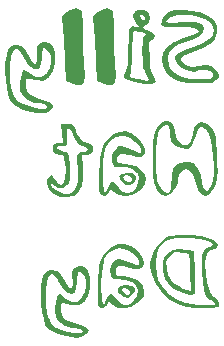
<source format=gbr>
G04 #@! TF.GenerationSoftware,KiCad,Pcbnew,(6.0.2)*
G04 #@! TF.CreationDate,2022-02-19T19:54:12+00:00*
G04 #@! TF.ProjectId,Gameboy 64KB Cart Discrete Logic Fixed Rev2,47616d65-626f-4792-9036-344b42204361,rev?*
G04 #@! TF.SameCoordinates,Original*
G04 #@! TF.FileFunction,Legend,Bot*
G04 #@! TF.FilePolarity,Positive*
%FSLAX46Y46*%
G04 Gerber Fmt 4.6, Leading zero omitted, Abs format (unit mm)*
G04 Created by KiCad (PCBNEW (6.0.2)) date 2022-02-19 19:54:12*
%MOMM*%
%LPD*%
G01*
G04 APERTURE LIST*
G04 APERTURE END LIST*
G36*
X155374434Y-94471025D02*
G01*
X155054421Y-94960216D01*
X154986214Y-95027200D01*
X154739486Y-95220665D01*
X154481529Y-95288376D01*
X154095434Y-95267832D01*
X153925669Y-95247121D01*
X153542062Y-95182149D01*
X153287876Y-95113954D01*
X153166422Y-95084579D01*
X153087849Y-95177152D01*
X153068911Y-95466028D01*
X153075975Y-95737248D01*
X153147121Y-96136781D01*
X153331688Y-96413198D01*
X153674540Y-96618671D01*
X154220536Y-96805377D01*
X154276926Y-96822192D01*
X154739909Y-96978356D01*
X155113421Y-97134159D01*
X155321127Y-97258195D01*
X155325433Y-97262446D01*
X155421277Y-97400963D01*
X155367945Y-97543858D01*
X155139455Y-97763383D01*
X154943934Y-97918021D01*
X154725260Y-98017359D01*
X154438098Y-98042048D01*
X153992862Y-98011473D01*
X153492167Y-97932755D01*
X152836741Y-97740466D01*
X152272598Y-97477586D01*
X151879158Y-97175527D01*
X151739978Y-96919814D01*
X151600643Y-96459217D01*
X151481911Y-95866151D01*
X151393684Y-95201680D01*
X151351048Y-94599970D01*
X151749139Y-94599970D01*
X151779230Y-95254754D01*
X151855636Y-95850199D01*
X151978580Y-96316819D01*
X152012282Y-96402408D01*
X152220235Y-96826796D01*
X152476106Y-97111136D01*
X152846939Y-97310251D01*
X153399779Y-97478966D01*
X153609684Y-97531029D01*
X154251620Y-97652344D01*
X154675118Y-97659235D01*
X154883341Y-97551858D01*
X154883461Y-97551663D01*
X154844785Y-97424249D01*
X154621742Y-97303011D01*
X154279436Y-97212364D01*
X153882975Y-97176723D01*
X153784234Y-97172440D01*
X153410491Y-97057363D01*
X153015258Y-96755299D01*
X153006578Y-96747098D01*
X152727269Y-96443923D01*
X152599389Y-96162417D01*
X152569116Y-95785594D01*
X152582368Y-95510845D01*
X152637296Y-95090652D01*
X152719801Y-94699690D01*
X152813466Y-94411317D01*
X152901870Y-94298890D01*
X152941357Y-94315268D01*
X153130251Y-94449283D01*
X153400835Y-94674260D01*
X153510045Y-94764646D01*
X153958550Y-95005558D01*
X154371227Y-95000804D01*
X154755468Y-94750801D01*
X154871655Y-94613915D01*
X155085771Y-94189847D01*
X155189847Y-93704465D01*
X155181762Y-93228200D01*
X155059397Y-92831478D01*
X154820635Y-92584730D01*
X154507827Y-92428902D01*
X154437339Y-93212933D01*
X154420008Y-93394455D01*
X154354590Y-93859583D01*
X154260587Y-94134504D01*
X154114848Y-94265509D01*
X153894219Y-94298890D01*
X153770532Y-94284399D01*
X153478118Y-94125592D01*
X153169107Y-93772443D01*
X152820137Y-93201073D01*
X152814037Y-93189946D01*
X152564621Y-92786927D01*
X152365201Y-92607179D01*
X152184095Y-92637937D01*
X151989624Y-92866437D01*
X151934535Y-92974473D01*
X151827014Y-93390341D01*
X151765141Y-93955336D01*
X151749139Y-94599970D01*
X151351048Y-94599970D01*
X151345868Y-94526871D01*
X151348366Y-93902790D01*
X151356047Y-93776121D01*
X151443142Y-93098218D01*
X151603322Y-92639385D01*
X151847278Y-92379119D01*
X152185700Y-92296920D01*
X152318887Y-92299522D01*
X152701330Y-92369107D01*
X152971972Y-92574231D01*
X153213942Y-92969249D01*
X153353866Y-93236431D01*
X153628560Y-93677397D01*
X153839046Y-93887321D01*
X153979910Y-93865202D01*
X154045741Y-93610034D01*
X154031125Y-93120813D01*
X154017667Y-92966909D01*
X154005599Y-92528883D01*
X154075728Y-92261954D01*
X154257076Y-92106964D01*
X154578667Y-92004754D01*
X154714069Y-91983147D01*
X155088491Y-92064475D01*
X155361409Y-92362632D01*
X155515642Y-92861902D01*
X155539614Y-93050419D01*
X155539290Y-93704465D01*
X155539233Y-93820469D01*
X155374434Y-94471025D01*
G37*
G36*
X166281948Y-95478399D02*
G01*
X165957789Y-95527371D01*
X165491453Y-95547204D01*
X164942052Y-95539063D01*
X164368698Y-95504114D01*
X163830503Y-95443523D01*
X163386578Y-95358458D01*
X162945779Y-95222919D01*
X162240977Y-94866919D01*
X161659948Y-94345273D01*
X161148687Y-93615931D01*
X161097971Y-93527696D01*
X160738144Y-92760913D01*
X160585877Y-92071610D01*
X160616632Y-91671304D01*
X161077958Y-91671304D01*
X161082080Y-91969484D01*
X161143429Y-92648287D01*
X161300578Y-93185514D01*
X161582011Y-93655944D01*
X162016216Y-94134358D01*
X162299576Y-94394566D01*
X162812564Y-94759272D01*
X163349240Y-94984475D01*
X163667604Y-95066186D01*
X164171726Y-95159966D01*
X164709868Y-95230724D01*
X165225984Y-95274111D01*
X165664028Y-95285778D01*
X165967955Y-95261375D01*
X166081719Y-95196550D01*
X166081285Y-95189430D01*
X165969487Y-95037030D01*
X165719915Y-94868960D01*
X165655396Y-94832949D01*
X165425260Y-94636293D01*
X165255279Y-94339704D01*
X165134062Y-93905711D01*
X165050218Y-93296841D01*
X164992355Y-92475623D01*
X164985964Y-92343904D01*
X164974964Y-91601902D01*
X165026417Y-91065262D01*
X165151233Y-90699344D01*
X165360321Y-90469507D01*
X165664590Y-90341109D01*
X165852912Y-90255525D01*
X165921189Y-90123613D01*
X165901842Y-90083626D01*
X165678418Y-89920351D01*
X165271533Y-89787177D01*
X164734774Y-89687989D01*
X164121727Y-89626672D01*
X163485979Y-89607110D01*
X162881118Y-89633187D01*
X162360730Y-89708788D01*
X161978402Y-89837798D01*
X161756157Y-89975228D01*
X161369100Y-90381848D01*
X161148095Y-90936901D01*
X161077958Y-91671304D01*
X160616632Y-91671304D01*
X160636677Y-91410405D01*
X160886056Y-90727917D01*
X161239359Y-90155668D01*
X161736593Y-89694234D01*
X161978804Y-89545545D01*
X162219838Y-89443710D01*
X162510327Y-89386768D01*
X162917172Y-89361960D01*
X163507274Y-89356526D01*
X164179100Y-89378073D01*
X164909040Y-89454789D01*
X165520863Y-89578252D01*
X165970767Y-89739210D01*
X166214948Y-89928412D01*
X166328092Y-90220475D01*
X166279646Y-90453245D01*
X166073493Y-90545196D01*
X165767875Y-90589985D01*
X165462422Y-90804991D01*
X165290122Y-91207159D01*
X165247216Y-91806958D01*
X165329942Y-92614854D01*
X165332873Y-92633420D01*
X165455466Y-93346472D01*
X165570716Y-93852963D01*
X165693534Y-94194626D01*
X165838830Y-94413193D01*
X166021516Y-94550399D01*
X166062393Y-94574163D01*
X166314151Y-94826426D01*
X166440578Y-95140423D01*
X166432152Y-95196550D01*
X166398922Y-95417887D01*
X166281948Y-95478399D01*
G37*
G36*
X159830329Y-92169245D02*
G01*
X159660990Y-92221847D01*
X159334571Y-92208035D01*
X158840114Y-92093566D01*
X158715096Y-92059758D01*
X158218818Y-91959372D01*
X157906844Y-91979130D01*
X157744839Y-92128791D01*
X157698467Y-92418116D01*
X157700282Y-92534107D01*
X157743120Y-92713801D01*
X157896509Y-92785772D01*
X158230241Y-92800161D01*
X158347104Y-92805604D01*
X158835250Y-92890915D01*
X159298060Y-93046202D01*
X159620026Y-93234042D01*
X159972028Y-93619255D01*
X160113004Y-94063828D01*
X160043430Y-94522012D01*
X159763786Y-94948059D01*
X159274548Y-95296220D01*
X158961157Y-95428158D01*
X158364715Y-95549150D01*
X157843206Y-95483627D01*
X157444386Y-95233232D01*
X157146684Y-94916342D01*
X156980648Y-95233232D01*
X156897070Y-95360132D01*
X156648516Y-95529677D01*
X156394691Y-95500294D01*
X156209485Y-95268595D01*
X156204598Y-95253662D01*
X156172450Y-95000070D01*
X156157880Y-94561058D01*
X156161639Y-93994145D01*
X156162140Y-93980176D01*
X156463700Y-93980176D01*
X156485396Y-94536600D01*
X156545139Y-94924506D01*
X156671105Y-95362437D01*
X156890958Y-94830664D01*
X156963430Y-94671766D01*
X157126780Y-94404518D01*
X157258575Y-94298890D01*
X157337798Y-94331934D01*
X157551703Y-94513061D01*
X157808546Y-94799383D01*
X157847441Y-94846836D01*
X158199374Y-95183602D01*
X158500790Y-95299876D01*
X158526862Y-95299450D01*
X158939718Y-95175162D01*
X159270990Y-94876750D01*
X159483757Y-94472669D01*
X159541097Y-94031376D01*
X159406090Y-93621327D01*
X159383153Y-93588303D01*
X159026907Y-93293853D01*
X158508599Y-93116423D01*
X157892913Y-93079188D01*
X157832323Y-93082786D01*
X157536136Y-93074412D01*
X157383679Y-92969096D01*
X157284023Y-92712005D01*
X157219180Y-92276915D01*
X157329964Y-91810317D01*
X157645226Y-91466007D01*
X157710519Y-91424255D01*
X157881770Y-91343912D01*
X158068042Y-91339450D01*
X158340880Y-91418713D01*
X158771825Y-91589547D01*
X158791927Y-91597794D01*
X159199755Y-91761212D01*
X159507053Y-91877354D01*
X159648665Y-91921551D01*
X159684823Y-91826301D01*
X159677468Y-91577462D01*
X159537183Y-91263967D01*
X159221995Y-90943947D01*
X158806200Y-90672343D01*
X158363336Y-90496957D01*
X157966944Y-90465590D01*
X157568222Y-90571838D01*
X157068332Y-90892118D01*
X156733884Y-91399509D01*
X156676651Y-91577114D01*
X156586527Y-92053703D01*
X156518302Y-92663336D01*
X156476014Y-93330624D01*
X156463700Y-93980176D01*
X156162140Y-93980176D01*
X156184479Y-93356852D01*
X156201822Y-93024444D01*
X156241564Y-92426547D01*
X156290696Y-91997163D01*
X156359943Y-91679650D01*
X156460032Y-91417365D01*
X156601690Y-91153667D01*
X156845649Y-90798263D01*
X157334514Y-90341121D01*
X157878906Y-90096644D01*
X158446908Y-90076274D01*
X159006603Y-90291453D01*
X159212580Y-90431578D01*
X159626196Y-90810935D01*
X159913944Y-91218071D01*
X160056660Y-91609295D01*
X160042602Y-91826301D01*
X160035177Y-91940917D01*
X159830329Y-92169245D01*
G37*
G36*
X155554206Y-82454037D02*
G01*
X155165884Y-82537314D01*
X154791036Y-82537314D01*
X154878115Y-83582682D01*
X154896186Y-83831612D01*
X154902466Y-84616116D01*
X154807370Y-85205842D01*
X154603261Y-85630769D01*
X154282502Y-85920878D01*
X154109797Y-86012229D01*
X153538674Y-86157250D01*
X152962291Y-86105876D01*
X152447793Y-85871782D01*
X152062325Y-85468647D01*
X152051365Y-85450712D01*
X151876042Y-85025879D01*
X152214583Y-85025879D01*
X152304384Y-85264261D01*
X152346344Y-85324011D01*
X152595757Y-85531127D01*
X152942669Y-85712908D01*
X153291916Y-85840639D01*
X153622875Y-85900112D01*
X153875388Y-85827672D01*
X154129853Y-85616811D01*
X154358388Y-85306827D01*
X154496325Y-84876415D01*
X154529646Y-84301770D01*
X154465552Y-83538299D01*
X154430515Y-83218763D01*
X154422200Y-82752418D01*
X154509231Y-82467789D01*
X154709627Y-82325723D01*
X155041409Y-82287068D01*
X155062953Y-82286704D01*
X155273344Y-82213420D01*
X155306629Y-82062026D01*
X155181456Y-81903755D01*
X154916473Y-81809841D01*
X154835422Y-81795615D01*
X154629467Y-81690453D01*
X154426771Y-81451060D01*
X154180652Y-81027821D01*
X153966077Y-80655557D01*
X153780316Y-80387421D01*
X153665592Y-80285097D01*
X153627516Y-80319124D01*
X153580387Y-80533394D01*
X153574048Y-80879432D01*
X153586926Y-81185971D01*
X153582229Y-81529018D01*
X153522163Y-81707787D01*
X153380615Y-81775798D01*
X153131472Y-81786575D01*
X153074044Y-81787616D01*
X152803549Y-81827499D01*
X152693541Y-81907296D01*
X152698148Y-81937154D01*
X152842319Y-82097039D01*
X153115824Y-82230933D01*
X153419683Y-82287068D01*
X153487167Y-82297266D01*
X153638247Y-82438639D01*
X153740538Y-82763218D01*
X153798919Y-83292571D01*
X153818273Y-84048262D01*
X153814577Y-84351412D01*
X153779998Y-84714467D01*
X153692021Y-84952291D01*
X153530058Y-85143090D01*
X153203846Y-85359465D01*
X152837921Y-85383792D01*
X152505162Y-85164133D01*
X152467937Y-85124180D01*
X152278000Y-84974748D01*
X152214583Y-85025879D01*
X151876042Y-85025879D01*
X151864431Y-84997743D01*
X151886235Y-84625321D01*
X152115293Y-84364378D01*
X152308023Y-84290993D01*
X152410047Y-84391280D01*
X152414412Y-84402412D01*
X152543345Y-84615604D01*
X152754998Y-84887707D01*
X152922649Y-85065115D01*
X153081280Y-85138101D01*
X153242264Y-85051671D01*
X153346754Y-84893763D01*
X153431941Y-84483281D01*
X153438521Y-83881925D01*
X153364711Y-83117832D01*
X153340262Y-82951256D01*
X153271624Y-82677450D01*
X153154861Y-82561389D01*
X152942101Y-82537314D01*
X152634857Y-82478162D01*
X152389558Y-82250812D01*
X152339848Y-81887305D01*
X152358241Y-81799695D01*
X152490793Y-81630409D01*
X152796421Y-81559008D01*
X153212110Y-81519125D01*
X153125934Y-80714427D01*
X153039758Y-79909728D01*
X153437929Y-79909728D01*
X153877520Y-79963301D01*
X154200819Y-80164924D01*
X154363686Y-80534099D01*
X154436574Y-80760735D01*
X154683397Y-81143990D01*
X155016465Y-81426337D01*
X155364437Y-81536329D01*
X155614130Y-81605150D01*
X155750882Y-81861105D01*
X155752376Y-82062026D01*
X155753529Y-82217177D01*
X155554206Y-82454037D01*
G37*
G36*
X166276388Y-84481005D02*
G01*
X166179763Y-84989900D01*
X166015090Y-85385435D01*
X165775022Y-85709536D01*
X165542433Y-85916977D01*
X165212340Y-86034987D01*
X164920142Y-85906699D01*
X164667260Y-85532969D01*
X164455118Y-84914654D01*
X164409348Y-84747739D01*
X164199613Y-84204225D01*
X163949597Y-83889808D01*
X163647870Y-83788546D01*
X163645075Y-83788550D01*
X163268731Y-83894180D01*
X163034359Y-84198315D01*
X162953640Y-84685857D01*
X162933256Y-84966871D01*
X162810106Y-85283154D01*
X162528221Y-85615344D01*
X162288048Y-85828116D01*
X161918029Y-86013197D01*
X161593029Y-85962195D01*
X161298278Y-85670390D01*
X161019003Y-85133059D01*
X160941836Y-84832726D01*
X160878443Y-84316306D01*
X160839067Y-83668246D01*
X160823863Y-82950475D01*
X160832983Y-82224925D01*
X160835562Y-82173386D01*
X161101999Y-82173386D01*
X161104469Y-83173170D01*
X161106770Y-83284212D01*
X161123325Y-83939117D01*
X161146794Y-84401335D01*
X161186177Y-84721277D01*
X161250474Y-84949353D01*
X161348685Y-85135972D01*
X161489810Y-85331544D01*
X161501471Y-85346724D01*
X161819976Y-85680163D01*
X162079399Y-85786188D01*
X162268707Y-85660143D01*
X162275592Y-85646327D01*
X162327724Y-85432687D01*
X162386355Y-85053027D01*
X162440059Y-84579417D01*
X162480933Y-84209133D01*
X162554090Y-83817920D01*
X162659723Y-83568578D01*
X162818661Y-83395996D01*
X163109382Y-83250229D01*
X163558096Y-83172051D01*
X164013111Y-83199204D01*
X164359948Y-83336136D01*
X164418665Y-83387245D01*
X164664407Y-83748826D01*
X164869559Y-84287294D01*
X165009997Y-84943018D01*
X165080419Y-85305774D01*
X165204512Y-85570472D01*
X165379255Y-85608205D01*
X165620400Y-85431583D01*
X165762960Y-85205222D01*
X165895955Y-84734088D01*
X165968844Y-84117155D01*
X165984839Y-83408875D01*
X165947152Y-82663699D01*
X165858993Y-81936078D01*
X165723576Y-81280462D01*
X165544110Y-80751302D01*
X165323809Y-80403049D01*
X165253768Y-80336113D01*
X165015864Y-80183595D01*
X164822118Y-80225619D01*
X164645323Y-80479813D01*
X164458269Y-80963805D01*
X164343665Y-81291060D01*
X164155437Y-81704455D01*
X163950624Y-81934351D01*
X163685941Y-82020131D01*
X163318100Y-82001178D01*
X162953884Y-81925217D01*
X162600329Y-81727670D01*
X162396446Y-81382246D01*
X162301474Y-80842490D01*
X162272335Y-80567844D01*
X162216362Y-80238179D01*
X162158896Y-80074262D01*
X162004147Y-80048240D01*
X161731248Y-80108055D01*
X161580424Y-80187111D01*
X161378200Y-80427580D01*
X161234178Y-80823505D01*
X161143673Y-81397802D01*
X161101999Y-82173386D01*
X160835562Y-82173386D01*
X160866582Y-81553527D01*
X160924811Y-80998209D01*
X161007826Y-80620903D01*
X161238984Y-80125426D01*
X161564462Y-79775175D01*
X161956726Y-79659482D01*
X162002213Y-79660359D01*
X162328877Y-79751759D01*
X162539876Y-80017761D01*
X162664538Y-80492898D01*
X162806157Y-81064719D01*
X163057030Y-81502038D01*
X163399171Y-81714741D01*
X163607154Y-81744424D01*
X163866508Y-81660481D01*
X164053423Y-81386642D01*
X164196995Y-80892935D01*
X164206788Y-80847666D01*
X164344088Y-80318611D01*
X164493441Y-79993512D01*
X164683555Y-79829724D01*
X164943139Y-79784605D01*
X165025623Y-79788570D01*
X165470276Y-79943820D01*
X165842575Y-80285631D01*
X166079600Y-80760000D01*
X166135431Y-81054681D01*
X166194066Y-81538860D01*
X166246979Y-82139146D01*
X166287211Y-82787560D01*
X166294892Y-82955439D01*
X166304063Y-83408875D01*
X166312314Y-83816826D01*
X166276388Y-84481005D01*
G37*
G36*
X159955452Y-82659886D02*
G01*
X159786113Y-82712487D01*
X159459694Y-82698676D01*
X158965237Y-82584207D01*
X158840219Y-82550398D01*
X158343941Y-82450013D01*
X158031967Y-82469770D01*
X157869962Y-82619431D01*
X157823591Y-82908757D01*
X157825406Y-83024747D01*
X157868244Y-83204442D01*
X158021632Y-83276413D01*
X158355364Y-83290801D01*
X158472227Y-83296245D01*
X158960373Y-83381556D01*
X159423183Y-83536842D01*
X159745149Y-83724683D01*
X160097152Y-84109895D01*
X160238127Y-84554468D01*
X160168553Y-85012653D01*
X159888909Y-85438700D01*
X159399671Y-85786861D01*
X159086280Y-85918798D01*
X158489838Y-86039790D01*
X157968329Y-85974267D01*
X157569509Y-85723873D01*
X157271807Y-85406983D01*
X157105772Y-85723873D01*
X157022193Y-85850772D01*
X156773639Y-86020317D01*
X156519814Y-85990935D01*
X156334608Y-85759235D01*
X156329721Y-85744303D01*
X156297574Y-85490711D01*
X156283003Y-85051698D01*
X156286762Y-84484786D01*
X156287263Y-84470816D01*
X156588823Y-84470816D01*
X156610519Y-85027240D01*
X156670262Y-85415147D01*
X156796228Y-85853078D01*
X157016081Y-85321304D01*
X157088553Y-85162406D01*
X157251903Y-84895158D01*
X157383698Y-84789531D01*
X157462922Y-84822575D01*
X157676826Y-85003702D01*
X157933669Y-85290023D01*
X157972564Y-85337476D01*
X158324497Y-85674242D01*
X158625913Y-85790516D01*
X158651985Y-85790091D01*
X159064841Y-85665803D01*
X159396113Y-85367390D01*
X159608880Y-84963310D01*
X159666220Y-84522017D01*
X159531214Y-84111968D01*
X159508276Y-84078944D01*
X159152031Y-83784493D01*
X158633722Y-83607063D01*
X158018036Y-83569828D01*
X157957446Y-83573427D01*
X157661259Y-83565053D01*
X157508802Y-83459737D01*
X157409146Y-83202645D01*
X157344304Y-82767556D01*
X157455088Y-82300957D01*
X157770349Y-81956647D01*
X157835642Y-81914896D01*
X158006893Y-81834553D01*
X158193165Y-81830090D01*
X158466003Y-81909353D01*
X158896948Y-82080188D01*
X158917050Y-82088434D01*
X159324878Y-82251852D01*
X159632176Y-82367994D01*
X159773788Y-82412191D01*
X159809946Y-82316941D01*
X159802591Y-82068102D01*
X159662306Y-81754607D01*
X159347118Y-81434588D01*
X158931323Y-81162984D01*
X158488459Y-80987597D01*
X158092067Y-80956231D01*
X157693345Y-81062479D01*
X157193455Y-81382759D01*
X156859008Y-81890150D01*
X156801774Y-82067754D01*
X156711650Y-82544343D01*
X156643425Y-83153977D01*
X156601137Y-83821265D01*
X156588823Y-84470816D01*
X156287263Y-84470816D01*
X156309602Y-83847493D01*
X156326945Y-83515084D01*
X156366687Y-82917188D01*
X156415819Y-82487804D01*
X156485066Y-82170290D01*
X156585156Y-81908006D01*
X156726813Y-81644307D01*
X156970772Y-81288903D01*
X157459638Y-80831762D01*
X158004030Y-80587285D01*
X158572032Y-80566914D01*
X159131727Y-80782094D01*
X159337703Y-80922218D01*
X159751319Y-81301575D01*
X160039068Y-81708711D01*
X160181783Y-82099936D01*
X160167725Y-82316941D01*
X160160300Y-82431558D01*
X159955452Y-82659886D01*
G37*
G36*
X152371479Y-75452305D02*
G01*
X152051466Y-75941496D01*
X151983258Y-76008481D01*
X151736531Y-76201946D01*
X151478573Y-76269656D01*
X151092478Y-76249113D01*
X150922713Y-76228402D01*
X150539107Y-76163430D01*
X150284921Y-76095235D01*
X150163467Y-76065860D01*
X150084893Y-76158433D01*
X150065955Y-76447309D01*
X150073019Y-76718529D01*
X150144165Y-77118062D01*
X150328733Y-77394478D01*
X150671584Y-77599952D01*
X151217580Y-77786657D01*
X151273971Y-77803473D01*
X151736953Y-77959637D01*
X152110465Y-78115440D01*
X152318172Y-78239476D01*
X152322477Y-78243727D01*
X152418321Y-78382243D01*
X152364989Y-78525139D01*
X152136499Y-78744664D01*
X151940978Y-78899302D01*
X151722305Y-78998640D01*
X151435143Y-79023329D01*
X150989906Y-78992754D01*
X150489212Y-78914036D01*
X149833785Y-78721747D01*
X149269642Y-78458867D01*
X148876203Y-78156808D01*
X148737023Y-77901095D01*
X148597688Y-77440498D01*
X148478955Y-76847432D01*
X148390728Y-76182961D01*
X148348092Y-75581251D01*
X148746183Y-75581251D01*
X148776274Y-76236035D01*
X148852680Y-76831480D01*
X148975624Y-77298099D01*
X149009326Y-77383689D01*
X149217279Y-77808077D01*
X149473150Y-78092416D01*
X149843984Y-78291532D01*
X150396824Y-78460247D01*
X150606728Y-78512310D01*
X151248664Y-78633625D01*
X151672162Y-78640516D01*
X151880386Y-78533139D01*
X151880506Y-78532944D01*
X151841830Y-78405530D01*
X151618786Y-78284292D01*
X151276480Y-78193645D01*
X150880019Y-78158004D01*
X150781279Y-78153721D01*
X150407536Y-78038644D01*
X150012302Y-77736579D01*
X150003623Y-77728379D01*
X149724313Y-77425204D01*
X149596433Y-77143698D01*
X149566160Y-76766875D01*
X149579413Y-76492126D01*
X149634340Y-76071933D01*
X149716845Y-75680971D01*
X149810510Y-75392598D01*
X149898914Y-75280171D01*
X149938401Y-75296549D01*
X150127296Y-75430564D01*
X150397879Y-75655541D01*
X150507089Y-75745927D01*
X150955594Y-75986839D01*
X151368271Y-75982085D01*
X151752513Y-75732082D01*
X151868699Y-75595196D01*
X152082816Y-75171128D01*
X152186891Y-74685746D01*
X152178806Y-74209480D01*
X152056442Y-73812759D01*
X151817679Y-73566011D01*
X151504871Y-73410183D01*
X151434383Y-74194214D01*
X151417053Y-74375736D01*
X151351635Y-74840864D01*
X151257632Y-75115785D01*
X151111892Y-75246790D01*
X150891264Y-75280171D01*
X150767576Y-75265680D01*
X150475162Y-75106873D01*
X150166152Y-74753724D01*
X149817181Y-74182353D01*
X149811081Y-74171227D01*
X149561666Y-73768208D01*
X149362245Y-73588459D01*
X149181139Y-73619218D01*
X148986668Y-73847717D01*
X148931579Y-73955753D01*
X148824058Y-74371622D01*
X148762186Y-74936617D01*
X148746183Y-75581251D01*
X148348092Y-75581251D01*
X148342912Y-75508152D01*
X148345410Y-74884070D01*
X148353091Y-74757401D01*
X148440186Y-74079499D01*
X148600367Y-73620665D01*
X148844323Y-73360400D01*
X149182744Y-73278201D01*
X149315931Y-73280802D01*
X149698374Y-73350388D01*
X149969016Y-73555512D01*
X150210986Y-73950529D01*
X150350910Y-74217712D01*
X150625605Y-74658677D01*
X150836090Y-74868602D01*
X150976955Y-74846482D01*
X151042785Y-74591314D01*
X151028169Y-74102094D01*
X151014711Y-73948190D01*
X151002644Y-73510164D01*
X151072772Y-73243235D01*
X151254121Y-73088245D01*
X151575712Y-72986035D01*
X151711114Y-72964428D01*
X152085535Y-73045756D01*
X152358453Y-73343913D01*
X152512686Y-73843182D01*
X152536659Y-74031700D01*
X152536335Y-74685746D01*
X152536277Y-74801750D01*
X152371479Y-75452305D01*
G37*
G36*
X157323098Y-70272685D02*
G01*
X157347607Y-70291145D01*
X157427057Y-70424762D01*
X157477327Y-70683125D01*
X157503777Y-71107953D01*
X157511768Y-71740966D01*
X157515293Y-72109759D01*
X157537430Y-72920603D01*
X157575326Y-73776058D01*
X157623659Y-74542846D01*
X157657238Y-75072935D01*
X157677030Y-75631682D01*
X157675480Y-76070929D01*
X157651571Y-76325851D01*
X157621716Y-76415365D01*
X157415275Y-76623609D01*
X157051460Y-76645871D01*
X156524332Y-76482978D01*
X156108973Y-76309430D01*
X156028826Y-74699973D01*
X155996846Y-74085456D01*
X155952740Y-73297132D01*
X155908200Y-72553688D01*
X155869194Y-71957675D01*
X155789709Y-70824835D01*
X156190634Y-70487478D01*
X156483645Y-70284585D01*
X156924144Y-70157953D01*
X157323098Y-70272685D01*
G37*
G36*
X154695512Y-70272685D02*
G01*
X154720021Y-70291145D01*
X154799471Y-70424762D01*
X154849741Y-70683125D01*
X154876191Y-71107953D01*
X154884182Y-71740966D01*
X154887707Y-72109759D01*
X154909844Y-72920603D01*
X154947740Y-73776058D01*
X154996073Y-74542846D01*
X155029652Y-75072935D01*
X155049444Y-75631682D01*
X155047893Y-76070929D01*
X155023985Y-76325851D01*
X154994130Y-76415365D01*
X154787689Y-76623609D01*
X154423874Y-76645871D01*
X153896746Y-76482978D01*
X153481387Y-76309430D01*
X153401240Y-74699973D01*
X153369260Y-74085456D01*
X153325154Y-73297132D01*
X153280614Y-72553688D01*
X153241608Y-71957675D01*
X153162123Y-70824835D01*
X153563048Y-70487478D01*
X153856058Y-70284585D01*
X154296557Y-70157953D01*
X154695512Y-70272685D01*
G37*
G36*
X166280607Y-72246954D02*
G01*
X166101516Y-72740523D01*
X165709753Y-73166506D01*
X165093867Y-73534084D01*
X164242409Y-73852437D01*
X163802839Y-73995721D01*
X163415388Y-74163104D01*
X163235537Y-74324168D01*
X163241374Y-74501743D01*
X163410987Y-74718659D01*
X163664015Y-74921788D01*
X164165406Y-75093515D01*
X164725521Y-75022826D01*
X164776608Y-75007037D01*
X165165463Y-74936278D01*
X165487211Y-74948288D01*
X165738366Y-75042488D01*
X166087266Y-75263519D01*
X166352035Y-75527496D01*
X166457088Y-75770353D01*
X166402939Y-75959862D01*
X166173125Y-76237913D01*
X165831472Y-76450627D01*
X165745331Y-76468627D01*
X165432681Y-76490088D01*
X164971955Y-76496502D01*
X164428418Y-76486214D01*
X163828337Y-76455248D01*
X163351843Y-76396695D01*
X162977577Y-76297807D01*
X162628896Y-76144012D01*
X162374314Y-75991330D01*
X161912745Y-75546380D01*
X161648636Y-75020399D01*
X161582695Y-74459409D01*
X161715628Y-73909429D01*
X162048145Y-73416481D01*
X162580952Y-73026586D01*
X162882531Y-72888782D01*
X163385044Y-72691295D01*
X163899654Y-72516019D01*
X164259926Y-72390191D01*
X164588067Y-72227537D01*
X164705364Y-72089326D01*
X164634545Y-71956503D01*
X164356657Y-71818779D01*
X163910194Y-71727093D01*
X163340104Y-71689794D01*
X162691332Y-71715229D01*
X162516992Y-71730234D01*
X162086893Y-71757106D01*
X161829016Y-71743461D01*
X161684940Y-71681118D01*
X161596241Y-71561895D01*
X161556663Y-71464161D01*
X161567116Y-71279207D01*
X161975832Y-71279207D01*
X162044374Y-71337600D01*
X162255850Y-71363366D01*
X162645568Y-71358614D01*
X163248836Y-71325451D01*
X163633091Y-71302531D01*
X164132667Y-71285859D01*
X164471163Y-71301878D01*
X164704210Y-71354775D01*
X164887439Y-71448734D01*
X165047011Y-71578887D01*
X165184757Y-71861320D01*
X165096810Y-72162314D01*
X164796904Y-72465018D01*
X164298779Y-72752582D01*
X163616168Y-73008157D01*
X163062206Y-73207160D01*
X162521435Y-73517334D01*
X162204863Y-73892261D01*
X162098788Y-74350203D01*
X162189503Y-74909424D01*
X162216391Y-74992240D01*
X162489878Y-75469654D01*
X162938768Y-75805526D01*
X163590491Y-76021631D01*
X164026404Y-76093568D01*
X164587413Y-76141060D01*
X165124809Y-76146964D01*
X165564270Y-76110916D01*
X165831472Y-76032556D01*
X165849617Y-76020374D01*
X165960385Y-75845941D01*
X165882978Y-75658782D01*
X165670938Y-75490163D01*
X165377806Y-75371354D01*
X165057122Y-75333623D01*
X164762429Y-75408236D01*
X164441120Y-75509037D01*
X163942627Y-75485476D01*
X163445880Y-75304614D01*
X163028592Y-74998054D01*
X162768476Y-74597397D01*
X162729066Y-74350827D01*
X162824672Y-74128752D01*
X163085792Y-73920848D01*
X163539079Y-73706172D01*
X164211184Y-73463783D01*
X164284809Y-73438936D01*
X165065793Y-73119086D01*
X165603771Y-72773346D01*
X165904854Y-72394285D01*
X165975150Y-71974474D01*
X165820771Y-71506482D01*
X165659457Y-71314498D01*
X165257225Y-71067448D01*
X164715988Y-70872384D01*
X164100726Y-70741780D01*
X163476421Y-70688109D01*
X162908051Y-70723846D01*
X162460598Y-70861464D01*
X162388254Y-70901500D01*
X162115568Y-71090755D01*
X161979385Y-71249674D01*
X161975832Y-71279207D01*
X161567116Y-71279207D01*
X161576044Y-71121228D01*
X161801270Y-70778753D01*
X162204641Y-70485731D01*
X162369621Y-70409462D01*
X162679266Y-70325248D01*
X163080818Y-70296557D01*
X163652066Y-70314169D01*
X163944613Y-70336181D01*
X164821670Y-70490776D01*
X165503960Y-70762948D01*
X165981748Y-71145670D01*
X166245299Y-71631914D01*
X166268566Y-71974474D01*
X166284880Y-72214654D01*
X166280607Y-72246954D01*
G37*
G36*
X161075439Y-76365620D02*
G01*
X160942000Y-76470911D01*
X160631988Y-76519394D01*
X160204707Y-76516706D01*
X159719463Y-76468480D01*
X159235559Y-76380349D01*
X158812301Y-76257950D01*
X158508993Y-76106915D01*
X158373810Y-75986646D01*
X158370091Y-75851697D01*
X158381594Y-75832103D01*
X158893888Y-75832103D01*
X158934167Y-75940437D01*
X159138075Y-76032191D01*
X159548063Y-76130276D01*
X159606802Y-76142398D01*
X160096798Y-76237520D01*
X160376509Y-76261800D01*
X160477419Y-76198117D01*
X160431010Y-76029354D01*
X160268766Y-75738390D01*
X160132720Y-75486127D01*
X160036234Y-75225574D01*
X159981220Y-74913024D01*
X159956446Y-74482433D01*
X159950684Y-73867760D01*
X159951561Y-73609120D01*
X159964355Y-73073384D01*
X159997056Y-72727528D01*
X160055604Y-72527846D01*
X160145935Y-72430629D01*
X160217352Y-72361383D01*
X160128820Y-72274699D01*
X159820946Y-72165493D01*
X159681747Y-72127490D01*
X159378204Y-72073892D01*
X159219044Y-72090760D01*
X159210143Y-72108586D01*
X159174398Y-72317117D01*
X159136531Y-72714393D01*
X159100540Y-73252229D01*
X159070422Y-73882437D01*
X159063771Y-74042856D01*
X159030428Y-74670677D01*
X158990840Y-75205408D01*
X158949403Y-75594696D01*
X158910515Y-75786187D01*
X158893888Y-75832103D01*
X158381594Y-75832103D01*
X158510829Y-75611972D01*
X158589429Y-75462568D01*
X158661467Y-75213379D01*
X158710057Y-74851489D01*
X158740882Y-74331077D01*
X158759626Y-73606321D01*
X158762180Y-73475422D01*
X158782183Y-72857316D01*
X158811697Y-72334236D01*
X158847168Y-71957921D01*
X158885044Y-71780110D01*
X159051491Y-71685773D01*
X159425155Y-71696013D01*
X159477453Y-71704439D01*
X159724966Y-71735802D01*
X159759417Y-71702269D01*
X159609855Y-71586636D01*
X159419483Y-71408430D01*
X159228511Y-71071720D01*
X159181010Y-70777764D01*
X159720238Y-70777764D01*
X159823051Y-70960399D01*
X159966461Y-71096382D01*
X160133788Y-71135135D01*
X160200930Y-70976809D01*
X160199638Y-70958101D01*
X160090995Y-70791853D01*
X159893092Y-70685203D01*
X159727261Y-70707207D01*
X159720238Y-70777764D01*
X159181010Y-70777764D01*
X159173009Y-70728251D01*
X159278581Y-70464731D01*
X159338008Y-70414736D01*
X159678176Y-70291453D01*
X160067429Y-70310769D01*
X160379678Y-70471867D01*
X160498340Y-70633767D01*
X160581091Y-70976809D01*
X160582895Y-70984288D01*
X160501204Y-71321052D01*
X160263492Y-71549243D01*
X160056472Y-71657891D01*
X159977049Y-71772072D01*
X160114659Y-71886738D01*
X160482457Y-72030827D01*
X160791059Y-72157108D01*
X160968647Y-72310639D01*
X161014231Y-72527462D01*
X160960602Y-72766360D01*
X160763985Y-72842453D01*
X160743114Y-72842859D01*
X160637001Y-72865913D01*
X160572671Y-72957044D01*
X160542496Y-73161730D01*
X160538847Y-73525451D01*
X160554095Y-74093684D01*
X160574966Y-74561493D01*
X160626004Y-75092249D01*
X160709580Y-75471049D01*
X160835623Y-75756535D01*
X160869637Y-75816700D01*
X161016973Y-76129547D01*
X161035506Y-76198117D01*
X161076792Y-76350870D01*
X161075439Y-76365620D01*
G37*
G36*
X164387363Y-94307293D02*
G01*
X164327307Y-94366070D01*
X164061394Y-94418150D01*
X163674060Y-94358105D01*
X163224579Y-94208277D01*
X162772225Y-93991012D01*
X162376274Y-93728652D01*
X162095999Y-93443543D01*
X161870110Y-93063218D01*
X161656740Y-92365652D01*
X161691449Y-91656380D01*
X161696789Y-91639180D01*
X161975677Y-91639180D01*
X161987876Y-92102278D01*
X162152790Y-92714584D01*
X162255090Y-92974972D01*
X162492879Y-93326045D01*
X162872248Y-93604176D01*
X163015188Y-93683497D01*
X163416851Y-93875530D01*
X163744114Y-93993209D01*
X164096658Y-94080017D01*
X164009136Y-92531572D01*
X164006304Y-92481713D01*
X163970758Y-91894817D01*
X163937542Y-91410913D01*
X163910263Y-91078971D01*
X163892526Y-90947961D01*
X163838662Y-90930071D01*
X163596404Y-90886848D01*
X163231352Y-90837933D01*
X163061942Y-90819562D01*
X162728702Y-90813894D01*
X162500820Y-90893962D01*
X162275960Y-91086377D01*
X162120129Y-91273280D01*
X161975677Y-91639180D01*
X161696789Y-91639180D01*
X161804369Y-91292673D01*
X162080225Y-90876522D01*
X162497293Y-90633084D01*
X163077344Y-90551893D01*
X163842150Y-90622482D01*
X164292730Y-90697015D01*
X164376115Y-92443794D01*
X164385441Y-92650482D01*
X164406540Y-93268653D01*
X164414090Y-93783375D01*
X164408939Y-94080017D01*
X164407796Y-94145852D01*
X164387363Y-94307293D01*
G37*
G36*
X159074822Y-94424014D02*
G01*
X158753169Y-94638247D01*
X158419181Y-94620392D01*
X158068554Y-94355829D01*
X157905725Y-94129873D01*
X157885201Y-93924849D01*
X158212418Y-93924849D01*
X158246637Y-94114968D01*
X158440980Y-94294488D01*
X158657121Y-94396497D01*
X158811657Y-94391530D01*
X158909297Y-94223701D01*
X158911096Y-94050214D01*
X158737346Y-93872914D01*
X158417925Y-93800314D01*
X158342250Y-93808321D01*
X158212418Y-93924849D01*
X157885201Y-93924849D01*
X157878857Y-93861477D01*
X158080941Y-93669220D01*
X158501891Y-93571359D01*
X158663755Y-93564916D01*
X159063246Y-93638200D01*
X159279733Y-93827854D01*
X159288909Y-94050214D01*
X159290997Y-94100813D01*
X159074822Y-94424014D01*
G37*
G36*
X159199945Y-84914654D02*
G01*
X158878292Y-85128887D01*
X158544305Y-85111032D01*
X158193677Y-84846469D01*
X158030848Y-84620513D01*
X158010324Y-84415489D01*
X158337541Y-84415489D01*
X158371760Y-84605609D01*
X158566104Y-84785129D01*
X158782244Y-84887138D01*
X158936780Y-84882170D01*
X159034420Y-84714341D01*
X159036219Y-84540854D01*
X158862469Y-84363554D01*
X158543049Y-84290954D01*
X158467373Y-84298961D01*
X158337541Y-84415489D01*
X158010324Y-84415489D01*
X158003980Y-84352118D01*
X158206064Y-84159861D01*
X158627014Y-84061999D01*
X158788878Y-84055557D01*
X159188369Y-84128841D01*
X159404856Y-84318494D01*
X159414032Y-84540854D01*
X159416120Y-84591453D01*
X159199945Y-84914654D01*
G37*
M02*

</source>
